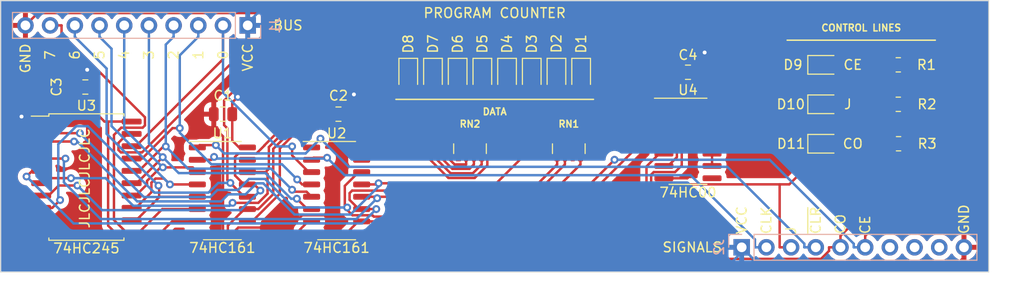
<source format=kicad_pcb>
(kicad_pcb (version 20240108) (generator "pcbnew") (generator_version "8.0")
  (layers (0 "F.Cu" signal) (31 "B.Cu" signal) (34 "B.Paste" user) (35 "F.Paste" user) (36 "B.SilkS" user "B.Silkscreen") (37 "F.SilkS" user "F.Silkscreen") (38 "B.Mask" user) (39 "F.Mask" user) (44 "Edge.Cuts" user))
  (net 0 "")
  (net 1 "VCC")
  (net 2 "GND")
  (net 3 "Net-(D1-A)")
  (net 4 "Net-(D2-A)")
  (net 5 "Net-(D3-A)")
  (net 6 "Net-(D4-A)")
  (net 7 "Net-(D5-A)")
  (net 8 "Net-(D6-A)")
  (net 9 "Net-(D7-A)")
  (net 10 "Net-(D8-A)")
  (net 11 "/L0")
  (net 12 "/L1")
  (net 13 "/L2")
  (net 14 "/L3")
  (net 15 "/L4")
  (net 16 "/L5")
  (net 17 "/L6")
  (net 18 "/L7")
  (net 19 "/D0")
  (net 20 "/D1")
  (net 21 "/D2")
  (net 22 "/D3")
  (net 23 "/D4")
  (net 24 "/D5")
  (net 25 "/D6")
  (net 26 "/D7")
  (net 27 "CLK")
  (net 28 "~{J}")
  (net 29 "CE")
  (net 30 "~{CO}")
  (net 31 "Net-(D9-A)")
  (net 32 "Net-(D10-A)")
  (net 33 "Net-(D11-A)")
  (net 36 "~{CLR}")
  (net 38 "J")
  (net 39 "CO")
  (net 42 "Net-(U1-CET)")
  (footprint "Package_SO:SO-14_3.9x8.65mm_P1.27mm" (layer "F.Cu") (at 93.537 29.718)
    (property "Reference" "U4")
    (property "Value" "74HC00")
  )
  (footprint "LED_SMD:LED_0805_2012Metric" (layer "F.Cu") (at 74.93 22.86 -90)
    (property "Reference" "D4")
    (property "Value" "LED_Small")
  )
  (footprint "Resistor_SMD:R_0805_2012Metric" (layer "F.Cu") (at 115.1655 21.844 180)
    (property "Reference" "R1")
    (property "Value" "330")
  )
  (footprint "Package_SO:SOIC-20W_7.5x12.8mm_P1.27mm" (layer "F.Cu") (at 31.672 33.401)
    (property "Reference" "U3")
    (property "Value" "74HC245")
  )
  (footprint "Capacitor_SMD:C_0805_2012Metric" (layer "F.Cu") (at 31.562 24.13 180)
    (property "Reference" "C3")
    (property "Value" "C")
  )
  (footprint "LED_SMD:LED_0805_2012Metric" (layer "F.Cu") (at 107.5455 21.844)
    (property "Reference" "D9")
    (property "Value" "CE")
  )
  (footprint "LED_SMD:LED_0805_2012Metric" (layer "F.Cu") (at 77.47 22.86 -90)
    (property "Reference" "D3")
    (property "Value" "LED_Small")
  )
  (footprint "Resistor_SMD:R_Array_Convex_4x0603" (layer "F.Cu") (at 71.12 30.48 -90)
    (property "Reference" "RN2")
    (property "Value" "220")
  )
  (footprint "LED_SMD:LED_0805_2012Metric" (layer "F.Cu") (at 107.5474 29.972)
    (property "Reference" "D11")
    (property "Value" "CO")
  )
  (footprint "Resistor_SMD:R_0805_2012Metric" (layer "F.Cu") (at 115.1655 25.908 180)
    (property "Reference" "R2")
    (property "Value" "330")
  )
  (footprint "LED_SMD:LED_0805_2012Metric" (layer "F.Cu") (at 80.01 22.86 -90)
    (property "Reference" "D2")
    (property "Value" "LED_Small")
  )
  (footprint "Capacitor_SMD:C_0805_2012Metric" (layer "F.Cu") (at 45.72 26.924 180)
    (property "Reference" "C1")
    (property "Value" "C")
  )
  (footprint "LED_SMD:LED_0805_2012Metric" (layer "F.Cu") (at 107.5455 25.908)
    (property "Reference" "D10")
    (property "Value" "J")
  )
  (footprint "LED_SMD:LED_0805_2012Metric" (layer "F.Cu") (at 69.85 22.86 -90)
    (property "Reference" "D6")
    (property "Value" "LED_Small")
  )
  (footprint "LED_SMD:LED_0805_2012Metric" (layer "F.Cu") (at 64.77 22.86 -90)
    (property "Reference" "D8")
    (property "Value" "LED_Small")
  )
  (footprint "LED_SMD:LED_0805_2012Metric" (layer "F.Cu") (at 67.31 22.86 -90)
    (property "Reference" "D7")
    (property "Value" "LED_Small")
  )
  (footprint "LED_SMD:LED_0805_2012Metric" (layer "F.Cu") (at 82.55 22.86 -90)
    (property "Reference" "D1")
    (property "Value" "LED_Small")
  )
  (footprint "Capacitor_SMD:C_0805_2012Metric" (layer "F.Cu") (at 57.592 26.924 180)
    (property "Reference" "C2")
    (property "Value" "C")
  )
  (footprint "Package_SO:SO-16_3.9x9.9mm_P1.27mm" (layer "F.Cu") (at 57.404 34.798)
    (property "Reference" "U2")
    (property "Value" "74HC161")
  )
  (footprint "LED_SMD:LED_0805_2012Metric" (layer "F.Cu") (at 72.39 22.86 -90)
    (property "Reference" "D5")
    (property "Value" "LED_Small")
  )
  (footprint "Resistor_SMD:R_Array_Convex_4x0603" (layer "F.Cu") (at 81.28 30.48 -90)
    (property "Reference" "RN1")
    (property "Value" "220")
  )
  (footprint "Resistor_SMD:R_0805_2012Metric" (layer "F.Cu") (at 115.1924 29.972 180)
    (property "Reference" "R3")
    (property "Value" "330")
  )
  (footprint "Package_SO:SO-16_3.9x9.9mm_P1.27mm" (layer "F.Cu") (at 45.653 34.798)
    (property "Reference" "U1")
    (property "Value" "74HC161")
  )
  (footprint "Capacitor_SMD:C_0805_2012Metric" (layer "F.Cu") (at 93.537 22.606 180)
    (property "Reference" "C4")
    (property "Value" "C")
  )
  (footprint "Connector_PinHeader_2.54mm:PinHeader_1x10_P2.54mm_Vertical" (layer "B.Cu") (at 48.26 17.78 90)
    (property "Reference" "J1")
    (property "Value" "BUS")
  )
  (footprint "Connector_PinHeader_2.54mm:PinHeader_1x10_P2.54mm_Vertical" (layer "B.Cu") (at 99.06 40.64 -90)
    (property "Reference" "J2")
    (property "Value" "SIGNALS")
  )
  (gr_line (start 103.7355 19.304) (end 118.9755 19.304) (stroke (width 0.15)) (layer "F.SilkS"))
  (gr_line (start 63.5 25.4) (end 83.82 25.4) (stroke (width 0.15)) (layer "F.SilkS"))
  (gr_line (start 22.86 15.24) (end 124.46 15.24) (stroke (width 0.1)) (layer "Edge.Cuts"))
  (gr_line (start 124.46 43.18) (end 22.86 43.18) (stroke (width 0.1)) (layer "Edge.Cuts"))
  (gr_line (start 22.86 43.18) (end 22.86 15.24) (stroke (width 0.1)) (layer "Edge.Cuts"))
  (gr_line (start 124.46 15.24) (end 124.46 43.18) (stroke (width 0.1)) (layer "Edge.Cuts"))
  (gr_text "JLCJLCJLCJLC" (at 31.496 33.528 90) (layer "F.SilkS") (effects (font (size 1 1))))
  (gr_text "J" (at 104.14 39.37 90) (layer "F.SilkS") (effects (font (size 1 1)) (justify left)))
  (gr_text "CLK" (at 101.6 39.37 90) (layer "F.SilkS") (effects (font (size 1 1)) (justify left)))
  (gr_text "7" (at 27.94 20.828 90) (layer "F.SilkS") (effects (font (size 1 1))))
  (gr_text "4" (at 35.56 20.828 90) (layer "F.SilkS") (effects (font (size 1 1))))
  (gr_text "VCC" (at 99.06 39.37 90) (layer "F.SilkS") (effects (font (size 1 1)) (justify left)))
  (gr_text "GND" (at 121.92 39.37 90) (layer "F.SilkS") (effects (font (size 1 1)) (justify left)))
  (gr_text "~{CLR}" (at 106.68 39.37 90) (layer "F.SilkS") (effects (font (size 1 1)) (justify left)))
  (gr_text "6" (at 30.48 20.828 90) (layer "F.SilkS") (effects (font (size 1 1))))
  (gr_text "CE" (at 111.76 39.37 90) (layer "F.SilkS") (effects (font (size 1 1)) (justify left)))
  (gr_text "VCC" (at 48.26 19.558 90) (layer "F.SilkS") (effects (font (size 1 1)) (justify right)))
  (gr_text "3" (at 38.1 20.828 90) (layer "F.SilkS") (effects (font (size 1 1))))
  (gr_text "DATA" (at 73.66 26.67 0) (layer "F.SilkS") (effects (font (size 0.7 0.7))))
  (gr_text "CO" (at 109.22 39.37 90) (layer "F.SilkS") (effects (font (size 1 1)) (justify left)))
  (gr_text "PROGRAM COUNTER" (at 73.66 16.51 0) (layer "F.SilkS") (effects (font (size 1 1))))
  (gr_text "5" (at 33.02 20.828 90) (layer "F.SilkS") (effects (font (size 1 1))))
  (gr_text "GND" (at 25.4 19.558 90) (layer "F.SilkS") (effects (font (size 1 1)) (justify right)))
  (gr_text "0" (at 45.72 20.828 90) (layer "F.SilkS") (effects (font (size 1 1))))
  (gr_text "2" (at 40.64 20.828 90) (layer "F.SilkS") (effects (font (size 1 1))))
  (gr_text "1" (at 43.18 20.828 90) (layer "F.SilkS") (effects (font (size 1 1))))
  (gr_text "CONTROL LINES" (at 111.3555 18.034 0) (layer "F.SilkS") (effects (font (size 0.7 0.7))))
  (segment (start 95.25 21.843) (end 94.487 22.606) (width 0.25) (layer "F.Cu") (net 1))
  (segment (start 95.377 25.908) (end 96.012 25.908) (width 0.25) (layer "F.Cu") (net 1))
  (segment (start 32.512 24.13) (end 32.512 26.67) (width 0.25) (layer "F.Cu") (net 1))
  (segment (start 26.5099 27.1739) (end 27.022 27.686) (width 0.25) (layer "F.Cu") (net 1))
  (segment (start 47.244 25.146) (end 46.67 25.72) (width 0.25) (layer "F.Cu") (net 1))
  (segment (start 46.67 26.924) (end 46.67 29.652) (width 0.25) (layer "F.Cu") (net 1))
  (segment (start 38.7097 39.7505) (end 40.4872 37.973) (width 0.25) (layer "F.Cu") (net 1))
  (segment (start 58.542 26.924) (end 58.542 25.532) (width 0.25) (layer "F.Cu") (net 1))
  (segment (start 58.542 26.924) (end 58.542 30.094) (width 0.25) (layer "F.Cu") (net 1))
  (segment (start 24.9987 27.1739) (end 26.5099 27.1739) (width 0.25) (layer "F.Cu") (net 1))
  (segment (start 46.67 29.652) (end 47.371 30.353) (width 0.25) (layer "F.Cu") (net 1))
  (segment (start 33.528 27.686) (end 33.9038 27.686) (width 0.25) (layer "F.Cu") (net 1))
  (segment (start 32.512 22.86) (end 32.004 22.352) (width 0.25) (layer "F.Cu") (net 1))
  (segment (start 94.487 22.606) (end 94.487 25.653) (width 0.25) (layer "F.Cu") (net 1))
  (segment (start 96.012 30.988) (end 96.012 32.258) (width 0.25) (layer "F.Cu") (net 1))
  (segment (start 32.512 24.13) (end 32.512 22.86) (width 0.25) (layer "F.Cu") (net 1))
  (segment (start 32.512 26.67) (end 33.528 27.686) (width 0.25) (layer "F.Cu") (net 1))
  (segment (start 95.377 25.908) (end 96.012 26.543) (width 0.25) (layer "F.Cu") (net 1))
  (segment (start 95.5986 28.448) (end 94.7035 29.3431) (width 0.25) (layer "F.Cu") (net 1))
  (segment (start 33.9038 27.686) (end 36.322 27.686) (width 0.25) (layer "F.Cu") (net 1))
  (segment (start 33.9038 27.686) (end 33.9038 38.403) (width 0.25) (layer "F.Cu") (net 1))
  (segment (start 47.371 30.353) (end 48.228 30.353) (width 0.25) (layer "F.Cu") (net 1))
  (segment (start 94.742 25.908) (end 95.377 25.908) (width 0.25) (layer "F.Cu") (net 1))
  (segment (start 58.542 30.094) (end 58.801 30.353) (width 0.25) (layer "F.Cu") (net 1))
  (segment (start 58.542 25.532) (end 59.182 24.892) (width 0.25) (layer "F.Cu") (net 1))
  (segment (start 58.801 30.353) (end 59.979 30.353) (width 0.25) (layer "F.Cu") (net 1))
  (segment (start 94.487 25.653) (end 94.742 25.908) (width 0.25) (layer "F.Cu") (net 1))
  (segment (start 94.7035 29.3431) (end 94.7035 30.0859) (width 0.25) (layer "F.Cu") (net 1))
  (segment (start 40.4872 37.973) (end 43.078 37.973) (width 0.25) (layer "F.Cu") (net 1))
  (segment (start 94.7035 30.0859) (end 95.6056 30.988) (width 0.25) (layer "F.Cu") (net 1))
  (segment (start 95.25 20.574) (end 95.25 21.843) (width 0.25) (layer "F.Cu") (net 1))
  (segment (start 32.004 22.352) (end 31.75 22.352) (width 0.25) (layer "F.Cu") (net 1))
  (segment (start 96.012 28.448) (end 95.5986 28.448) (width 0.25) (layer "F.Cu") (net 1))
  (segment (start 96.012 26.543) (end 96.012 27.178) (width 0.25) (layer "F.Cu") (net 1))
  (segment (start 95.6056 30.988) (end 96.012 30.988) (width 0.25) (layer "F.Cu") (net 1))
  (segment (start 35.2513 39.7505) (end 38.7097 39.7505) (width 0.25) (layer "F.Cu") (net 1))
  (segment (start 46.67 25.72) (end 46.67 26.924) (width 0.25) (layer "F.Cu") (net 1))
  (segment (start 33.9038 38.403) (end 35.2513 39.7505) (width 0.25) (layer "F.Cu") (net 1))
  (segment (start 96.012 27.178) (end 96.012 28.448) (width 0.25) (layer "F.Cu") (net 1))
  (via (at 31.75 22.352) (size 0.8) (drill 0.4) (layers "F.Cu" "B.Cu") (net 1))
  (via (at 95.25 20.574) (size 0.8) (drill 0.4) (layers "F.Cu" "B.Cu") (net 1))
  (via (at 47.244 25.146) (size 0.8) (drill 0.4) (layers "F.Cu" "B.Cu") (net 1))
  (via (at 24.9987 27.1739) (size 0.8) (drill 0.4) (layers "F.Cu" "B.Cu") (net 1))
  (via (at 59.182 24.892) (size 0.8) (drill 0.4) (layers "F.Cu" "B.Cu") (net 1))
  (segment (start 49.276 16.51) (end 48.26 17.526) (width 0.25) (layer "B.Cu") (net 1))
  (segment (start 123.444 17.018) (end 122.936 16.51) (width 0.25) (layer "B.Cu") (net 1))
  (segment (start 95.25 16.51) (end 58.928 16.51) (width 0.25) (layer "B.Cu") (net 1))
  (segment (start 95.25 16.51) (end 95.25 20.574) (width 0.25) (layer "B.Cu") (net 1))
  (segment (start 24.7504 16.1436) (end 23.876 17.018) (width 0.25) (layer "B.Cu") (net 1))
  (segment (start 23.876 22.098) (end 23.876 26.8719) (width 0.25) (layer "B.Cu") (net 1))
  (segment (start 31.75 22.352) (end 24.13 22.352) (width 0.25) (layer "B.Cu") (net 1))
  (segment (start 123.444 41.656) (end 123.444 17.018) (width 0.25) (layer "B.Cu") (net 1))
  (segment (start 97.79 42.418) (end 99.06 41.148) (width 0.25) (layer "B.Cu") (net 1))
  (segment (start 24.638 42.418) (end 97.79 42.418) (width 0.25) (layer "B.Cu") (net 1))
  (segment (start 49.1636 16.1436) (end 24.7504 16.1436) (width 0.25) (layer "B.Cu") (net 1))
  (segment (start 48.26 17.78) (end 48.26 24.13) (width 0.25) (layer "B.Cu") (net 1))
  (segment (start 23.876 17.018) (end 23.876 22.098) (width 0.25) (layer "B.Cu") (net 1))
  (segment (start 23.876 26.8719) (end 24.6967 26.8719) (width 0.25) (layer "B.Cu") (net 1))
  (segment (start 101.092 42.164) (end 122.936 42.164) (width 0.25) (layer "B.Cu") (net 1))
  (segment (start 49.53 16.51) (end 49.276 16.51) (width 0.25) (layer "B.Cu") (net 1))
  (segment (start 59.182 16.764) (end 58.928 16.51) (width 0.25) (layer "B.Cu") (net 1))
  (segment (start 24.6967 26.8719) (end 24.9987 27.1739) (width 0.25) (layer "B.Cu") (net 1))
  (segment (start 23.876 41.656) (end 24.638 42.418) (width 0.25) (layer "B.Cu") (net 1))
  (segment (start 49.53 16.51) (end 49.1636 16.1436) (width 0.25) (layer "B.Cu") (net 1))
  (segment (start 59.182 24.892) (end 59.182 16.764) (width 0.25) (layer "B.Cu") (net 1))
  (segment (start 99.06 41.148) (end 99.06 40.64) (width 0.25) (layer "B.Cu") (net 1))
  (segment (start 23.876 26.8719) (end 23.876 41.656) (width 0.25) (layer "B.Cu") (net 1))
  (segment (start 122.936 42.164) (end 123.444 41.656) (width 0.25) (layer "B.Cu") (net 1))
  (segment (start 99.06 40.64) (end 100.838 42.418) (width 0.25) (layer "B.Cu") (net 1))
  (segment (start 48.26 17.526) (end 48.26 17.78) (width 0.25) (layer "B.Cu") (net 1))
  (segment (start 100.838 42.418) (end 101.092 42.164) (width 0.25) (layer "B.Cu") (net 1))
  (segment (start 48.26 24.13) (end 47.244 25.146) (width 0.25) (layer "B.Cu") (net 1))
  (segment (start 122.936 16.51) (end 95.25 16.51) (width 0.25) (layer "B.Cu") (net 1))
  (segment (start 24.13 22.352) (end 23.876 22.098) (width 0.25) (layer "B.Cu") (net 1))
  (segment (start 58.928 16.51) (end 49.53 16.51) (width 0.25) (layer "B.Cu") (net 1))
  (segment (start 42.1201 40.2009) (end 33.5969 40.2009) (width 0.25) (layer "F.Cu") (net 2))
  (segment (start 93.472 16.51) (end 65.532 16.51) (width 0.25) (layer "F.Cu") (net 2))
  (segment (start 74.93 21.9225) (end 77.47 21.9225) (width 0.25) (layer "F.Cu") (net 2))
  (segment (start 57.531 39.243) (end 54.829 39.243) (width 0.25) (layer "F.Cu") (net 2))
  (segment (start 64.77 17.272) (end 64.77 21.9225) (width 0.25) (layer "F.Cu") (net 2))
  (segment (start 92.587 22.606) (end 92.587 23.753) (width 0.25) (layer "F.Cu") (net 2))
  (segment (start 92.587 17.395) (end 92.587 22.606) (width 0.25) (layer "F.Cu") (net 2))
  (segment (start 46.954 42.2657) (end 46.954 38.9393) (width 0.25) (layer "F.Cu") (net 2))
  (segment (start 106.608 25.908) (end 106.608 21.844) (width 0.25) (layer "F.Cu") (net 2))
  (segment (start 44.77 26.924) (end 44.77 28.26) (width 0.25) (layer "F.Cu") (net 2))
  (segment (start 93.726 24.892) (end 93.726 33.274) (width 0.25) (layer "F.Cu") (net 2))
  (segment (start 65.532 16.51) (end 26.67 16.51) (width 0.25) (layer "F.Cu") (net 2))
  (segment (start 106.608 20.913) (end 106.608 21.844) (width 0.25) (layer "F.Cu") (net 2))
  (segment (start 93.472 16.51) (end 92.587 17.395) (width 0.25) (layer "F.Cu") (net 2))
  (segment (start 102.205 16.51) (end 106.608 20.913) (width 0.25) (layer "F.Cu") (net 2))
  (segment (start 47.2852 38.6081) (end 52.5922 38.6081) (width 0.25) (layer "F.Cu") (net 2))
  (segment (start 65.532 16.51) (end 64.77 17.272) (width 0.25) (layer "F.Cu") (net 2))
  (segment (start 31.75 26.67) (end 31.75 38.354) (width 0.25) (layer "F.Cu") (net 2))
  (segment (start 56.642 28.956) (end 57.658 29.972) (width 0.25) (layer "F.Cu") (net 2))
  (segment (start 57.658 29.972) (end 57.658 37.338) (width 0.25) (layer "F.Cu") (net 2))
  (segment (start 30.612 25.532) (end 31.75 26.67) (width 0.25) (layer "F.Cu") (net 2))
  (segment (start 72.39 21.9225) (end 74.93 21.9225) (width 0.25) (layer "F.Cu") (net 2))
  (segment (start 56.642 26.924) (end 56.642 28.956) (width 0.25) (layer "F.Cu") (net 2))
  (segment (start 121.158 42.418) (end 121.92 41.656) (width 0.25) (layer "F.Cu") (net 2))
  (segment (start 25.4 22.352) (end 27.178 24.13) (width 0.25) (layer "F.Cu") (net 2))
  (segment (start 120.396 16.51) (end 102.205 16.51) (width 0.25) (layer "F.Cu") (net 2))
  (segment (start 93.726 33.274) (end 93.472 33.528) (width 0.25) (layer "F.Cu") (net 2))
  (segment (start 44.77 28.26) (end 45.72 29.21) (width 0.25) (layer "F.Cu") (net 2))
  (segment (start 93.726 16.51) (end 93.472 16.51) (width 0.25) (layer "F.Cu") (net 2))
  (segment (start 30.612 24.13) (end 30.612 25.532) (width 0.25) (layer "F.Cu") (net 2))
  (segment (start 102.205 16.51) (end 93.726 16.51) (width 0.25) (layer "F.Cu") (net 2))
  (segment (start 67.31 21.9225) (end 69.85 21.9225) (width 0.25) (layer "F.Cu") (net 2))
  (segment (start 25.4 17.78) (end 25.4 22.352) (width 0.25) (layer "F.Cu") (net 2))
  (segment (start 57.658 39.116) (end 57.531 39.243) (width 0.25) (layer "F.Cu") (net 2))
  (segment (start 47.1063 42.418) (end 121.158 42.418) (width 0.25) (layer "F.Cu") (net 2))
  (segment (start 77.47 21.9225) (end 80.01 21.9225) (width 0.25) (layer "F.Cu") (net 2))
  (segment (start 24.638 42.418) (end 47.1063 42.418) (width 0.25) (layer "F.Cu") (net 2))
  (segment (start 92.587 23.753) (end 93.726 24.892) (width 0.25) (layer "F.Cu") (net 2))
  (segment (start 46.954 38.9393) (end 47.2852 38.6081) (width 0.25) (layer "F.Cu") (net 2))
  (segment (start 23.876 41.656) (end 24.638 42.418) (width 0.25) (layer "F.Cu") (net 2))
  (segment (start 43.078 39.243) (end 42.1201 40.2009) (width 0.25) (layer "F.Cu") (net 2))
  (segment (start 53.8623 37.338) (end 57.658 37.338) (width 0.25) (layer "F.Cu") (net 2))
  (segment (start 26.67 16.51) (end 25.4 17.78) (width 0.25) (layer "F.Cu") (net 2))
  (segment (start 106.6099 29.972) (end 106.608 29.9701) (width 0.25) (layer "F.Cu") (net 2))
  (segment (start 93.472 33.528) (end 91.062 33.528) (width 0.25) (layer "F.Cu") (net 2))
  (segment (start 23.876 23.876) (end 23.876 41.656) (width 0.25) (layer "F.Cu") (net 2))
  (segment (start 27.178 24.13) (end 30.612 24.13) (width 0.25) (layer "F.Cu") (net 2))
  (segment (start 25.4 22.352) (end 23.876 23.876) (width 0.25) (layer "F.Cu") (net 2))
  (segment (start 106.608 29.9701) (end 106.608 25.908) (width 0.25) (layer "F.Cu") (net 2))
  (segment (start 47.1063 42.418) (end 46.954 42.2657) (width 0.25) (layer "F.Cu") (net 2))
  (segment (start 57.658 37.338) (end 57.658 39.116) (width 0.25) (layer "F.Cu") (net 2))
  (segment (start 80.01 21.9225) (end 82.55 21.9225) (width 0.25) (layer "F.Cu") (net 2))
  (segment (start 64.77 21.9225) (end 67.31 21.9225) (width 0.25) (layer "F.Cu") (net 2))
  (segment (start 52.5922 38.6081) (end 53.8623 37.338) (width 0.25) (layer "F.Cu") (net 2))
  (segment (start 31.75 38.354) (end 30.988 39.116) (width 0.25) (layer "F.Cu") (net 2))
  (segment (start 30.988 39.116) (end 27.022 39.116) (width 0.25) (layer "F.Cu") (net 2))
  (segment (start 121.92 41.656) (end 121.92 40.64) (width 0.25) (layer "F.Cu") (net 2))
  (segment (start 121.92 40.64) (end 121.92 18.034) (width 0.25) (layer "F.Cu") (net 2))
  (segment (start 45.339 39.243) (end 43.078 39.243) (width 0.25) (layer "F.Cu") (net 2))
  (segment (start 69.85 21.9225) (end 72.39 21.9225) (width 0.25) (layer "F.Cu") (net 2))
  (segment (start 45.72 38.862) (end 45.339 39.243) (width 0.25) (layer "F.Cu") (net 2))
  (segment (start 121.92 18.034) (end 120.396 16.51) (width 0.25) (layer "F.Cu") (net 2))
  (segment (start 33.5969 40.2009) (end 31.75 38.354) (width 0.25) (layer "F.Cu") (net 2))
  (segment (start 93.726 16.51) (end 93.472 16.51) (width 0.25) (layer "F.Cu") (net 2))
  (segment (start 45.72 29.21) (end 45.72 38.862) (width 0.25) (layer "F.Cu") (net 2))
  (segment (start 82.48 28.8547) (end 82.55 28.7847) (width 0.25) (layer "F.Cu") (net 3))
  (segment (start 82.55 28.7847) (end 82.55 23.7975) (width 0.25) (layer "F.Cu") (net 3))
  (segment (start 82.48 29.58) (end 82.48 28.8547) (width 0.25) (layer "F.Cu") (net 3))
  (segment (start 81.68 25.4675) (end 80.01 23.7975) (width 0.25) (layer "F.Cu") (net 4))
  (segment (start 81.68 29.58) (end 81.68 25.4675) (width 0.25) (layer "F.Cu") (net 4))
  (segment (start 80.88 29.58) (end 80.88 27.2075) (width 0.25) (layer "F.Cu") (net 5))
  (segment (start 80.88 27.2075) (end 77.47 23.7975) (width 0.25) (layer "F.Cu") (net 5))
  (segment (start 79.9872 28.8547) (end 74.93 23.7975) (width 0.25) (layer "F.Cu") (net 6))
  (segment (start 80.08 28.8547) (end 79.9872 28.8547) (width 0.25) (layer "F.Cu") (net 6))
  (segment (start 80.08 29.58) (end 80.08 28.8547) (width 0.25) (layer "F.Cu") (net 6))
  (segment (start 72.39 28.7847) (end 72.32 28.8547) (width 0.25) (layer "F.Cu") (net 7))
  (segment (start 72.39 23.7975) (end 72.39 28.7847) (width 0.25) (layer "F.Cu") (net 7))
  (segment (start 72.32 29.58) (end 72.32 28.8547) (width 0.25) (layer "F.Cu") (net 7))
  (segment (start 71.52 25.4675) (end 71.52 29.58) (width 0.25) (layer "F.Cu") (net 8))
  (segment (start 69.85 23.7975) (end 71.52 25.4675) (width 0.25) (layer "F.Cu") (net 8))
  (segment (start 67.31 23.7975) (end 70.72 27.2075) (width 0.25) (layer "F.Cu") (net 9))
  (segment (start 70.72 27.2075) (end 70.72 29.58) (width 0.25) (layer "F.Cu") (net 9))
  (segment (start 69.8272 28.8547) (end 69.92 28.8547) (width 0.25) (layer "F.Cu") (net 10))
  (segment (start 64.77 23.7975) (end 69.8272 28.8547) (width 0.25) (layer "F.Cu") (net 10))
  (segment (start 69.92 29.58) (end 69.92 28.8547) (width 0.25) (layer "F.Cu") (net 10))
  (segment (start 59.0331 37.338) (end 58.4893 36.7942) (width 0.25) (layer "F.Cu") (net 11))
  (segment (start 58.4893 36.5365) (end 58.2463 36.2935) (width 0.25) (layer "F.Cu") (net 11))
  (segment (start 59.6649 32.893) (end 59.979 32.893) (width 0.25) (layer "F.Cu") (net 11))
  (segment (start 82.48 32.1053) (end 77.1053 37.48) (width 0.25) (layer "F.Cu") (net 11))
  (segment (start 77.1053 37.48) (end 61.2255 37.48) (width 0.25) (layer "F.Cu") (net 11))
  (segment (start 82.48 31.38) (end 82.48 32.1053) (width 0.25) (layer "F.Cu") (net 11))
  (segment (start 27.022 28.956) (end 27.0914 28.8866) (width 0.25) (layer "F.Cu") (net 11))
  (segment (start 27.0914 28.8866) (end 31.0007 28.8866) (width 0.25) (layer "F.Cu") (net 11))
  (segment (start 58.2463 36.2935) (end 58.2463 34.3116) (width 0.25) (layer "F.Cu") (net 11))
  (segment (start 61.0835 37.338) (end 59.0331 37.338) (width 0.25) (layer "F.Cu") (net 11))
  (segment (start 61.2255 37.48) (end 61.0835 37.338) (width 0.25) (layer "F.Cu") (net 11))
  (segment (start 58.2463 34.3116) (end 59.6649 32.893) (width 0.25) (layer "F.Cu") (net 11))
  (segment (start 58.4893 36.7942) (end 58.4893 36.5365) (width 0.25) (layer "F.Cu") (net 11))
  (via (at 31.0007 28.8866) (size 0.8) (drill 0.4) (layers "F.Cu" "B.Cu") (net 11))
  (via (at 58.4893 36.5365) (size 0.8) (drill 0.4) (layers "F.Cu" "B.Cu") (net 11))
  (segment (start 37.5733 35.4592) (end 31.0007 28.8866) (width 0.25) (layer "B.Cu") (net 11))
  (segment (start 58.4893 36.5365) (end 52.9844 36.5365) (width 0.25) (layer "B.Cu") (net 11))
  (segment (start 50.0464 33.5985) (end 48.3994 33.5985) (width 0.25) (layer "B.Cu") (net 11))
  (segment (start 52.9844 36.5365) (end 50.0464 33.5985) (width 0.25) (layer "B.Cu") (net 11))
  (segment (start 44.4164 35.4592) (end 37.5733 35.4592) (width 0.25) (layer "B.Cu") (net 11))
  (segment (start 48.3994 33.5985) (end 47.264 34.7339) (width 0.25) (layer "B.Cu") (net 11))
  (segment (start 45.1417 34.7339) (end 44.4164 35.4592) (width 0.25) (layer "B.Cu") (net 11))
  (segment (start 47.264 34.7339) (end 45.1417 34.7339) (width 0.25) (layer "B.Cu") (net 11))
  (segment (start 27.022 30.226) (end 27.5055 29.7425) (width 0.25) (layer "F.Cu") (net 12))
  (segment (start 61.6007 34.163) (end 59.979 34.163) (width 0.25) (layer "F.Cu") (net 12))
  (segment (start 81.68 31.38) (end 81.68 30.6547) (width 0.25) (layer "F.Cu") (net 12))
  (segment (start 81.68 30.6547) (end 77.2135 30.6547) (width 0.25) (layer "F.Cu") (net 12))
  (segment (start 27.5055 29.7425) (end 30.4013 29.7425) (width 0.25) (layer "F.Cu") (net 12))
  (segment (start 77.2135 30.6547) (end 73.8238 34.0444) (width 0.25) (layer "F.Cu") (net 12))
  (segment (start 61.7193 34.0444) (end 61.6007 34.163) (width 0.25) (layer "F.Cu") (net 12))
  (segment (start 73.8238 34.0444) (end 61.7193 34.0444) (width 0.25) (layer "F.Cu") (net 12))
  (via (at 61.7193 34.0444) (size 0.8) (drill 0.4) (layers "F.Cu" "B.Cu") (net 12))
  (via (at 30.4013 29.7425) (size 0.8) (drill 0.4) (layers "F.Cu" "B.Cu") (net 12))
  (segment (start 61.7193 34.3736) (end 58.8311 37.2618) (width 0.25) (layer "B.Cu") (net 12))
  (segment (start 61.7193 34.0444) (end 61.7193 34.3736) (width 0.25) (layer "B.Cu") (net 12))
  (segment (start 46.2527 35.1843) (end 45.5275 35.9095) (width 0.25) (layer "B.Cu") (net 12))
  (segment (start 58.8311 37.2618) (end 53.0727 37.2618) (width 0.25) (layer "B.Cu") (net 12))
  (segment (start 53.0727 37.2618) (end 49.8597 34.0488) (width 0.25) (layer "B.Cu") (net 12))
  (segment (start 49.1717 34.0488) (end 48.0362 35.1843) (width 0.25) (layer "B.Cu") (net 12))
  (segment (start 36.8961 35.9095) (end 30.7291 29.7425) (width 0.25) (layer "B.Cu") (net 12))
  (segment (start 48.0362 35.1843) (end 46.2527 35.1843) (width 0.25) (layer "B.Cu") (net 12))
  (segment (start 49.8597 34.0488) (end 49.1717 34.0488) (width 0.25) (layer "B.Cu") (net 12))
  (segment (start 30.7291 29.7425) (end 30.4013 29.7425) (width 0.25) (layer "B.Cu") (net 12))
  (segment (start 45.5275 35.9095) (end 36.8961 35.9095) (width 0.25) (layer "B.Cu") (net 12))
  (segment (start 27.022 31.496) (end 29.5147 31.496) (width 0.25) (layer "F.Cu") (net 13))
  (segment (start 59.979 35.433) (end 61.5703 35.433) (width 0.25) (layer "F.Cu") (net 13))
  (segment (start 77.5523 35.433) (end 80.88 32.1053) (width 0.25) (layer "F.Cu") (net 13))
  (segment (start 61.5703 35.433) (end 77.5523 35.433) (width 0.25) (layer "F.Cu") (net 13))
  (segment (start 80.88 31.38) (end 80.88 32.1053) (width 0.25) (layer "F.Cu") (net 13))
  (segment (start 61.5703 35.433) (end 61.5703 35.584) (width 0.25) (layer "F.Cu") (net 13))
  (via (at 61.5703 35.584) (size 0.8) (drill 0.4) (layers "F.Cu" "B.Cu") (net 13))
  (via (at 29.5147 31.496) (size 0.8) (drill 0.4) (layers "F.Cu" "B.Cu") (net 13))
  (segment (start 59.4252 37.7291) (end 33.1429 37.7291) (width 0.25) (layer "B.Cu") (net 13))
  (segment (start 33.1429 37.7291) (end 29.3591 33.9453) (width 0.25) (layer "B.Cu") (net 13))
  (segment (start 29.3591 33.9453) (end 29.3591 31.6516) (width 0.25) (layer "B.Cu") (net 13))
  (segment (start 29.3591 31.6516) (end 29.5147 31.496) (width 0.25) (layer "B.Cu") (net 13))
  (segment (start 61.5703 35.584) (end 59.4252 37.7291) (width 0.25) (layer "B.Cu") (net 13))
  (segment (start 80.08 31.38) (end 80.08 32.1053) (width 0.25) (layer "F.Cu") (net 14))
  (segment (start 59.6836 36.703) (end 59.979 36.703) (width 0.25) (layer "F.Cu") (net 14))
  (segment (start 59.979 36.703) (end 61.4813 36.703) (width 0.25) (layer "F.Cu") (net 14))
  (segment (start 80.08 32.1053) (end 77.3873 34.798) (width 0.25) (layer "F.Cu") (net 14))
  (segment (start 26.0991 32.766) (end 27.022 32.766) (width 0.25) (layer "F.Cu") (net 14))
  (segment (start 25.5166 33.3485) (end 26.0991 32.766) (width 0.25) (layer "F.Cu") (net 14))
  (segment (start 58.9963 34.798) (end 58.7374 35.0569) (width 0.25) (layer "F.Cu") (net 14))
  (segment (start 58.7374 35.7568) (end 59.6836 36.703) (width 0.25) (layer "F.Cu") (net 14))
  (segment (start 58.7374 35.0569) (end 58.7374 35.7568) (width 0.25) (layer "F.Cu") (net 14))
  (segment (start 77.3873 34.798) (end 58.9963 34.798) (width 0.25) (layer "F.Cu") (net 14))
  (via (at 25.5166 33.3485) (size 0.8) (drill 0.4) (layers "F.Cu" "B.Cu") (net 14))
  (via (at 61.4813 36.703) (size 0.8) (drill 0.4) (layers "F.Cu" "B.Cu") (net 14))
  (segment (start 25.5166 33.3485) (end 30.3476 38.1795) (width 0.25) (layer "B.Cu") (net 14))
  (segment (start 30.3476 38.1795) (end 60.0048 38.1795) (width 0.25) (layer "B.Cu") (net 14))
  (segment (start 60.0048 38.1795) (end 61.4813 36.703) (width 0.25) (layer "B.Cu") (net 14))
  (segment (start 59.8625 23.2564) (end 57.4924 23.2564) (width 0.25) (layer "F.Cu") (net 15))
  (segment (start 50.4361 30.3127) (end 50.4361 32.5601) (width 0.25) (layer "F.Cu") (net 15))
  (segment (start 61.219 25.1111) (end 61.219 24.6129) (width 0.25) (layer "F.Cu") (net 15))
  (segment (start 69.1194 33.0115) (end 61.219 25.1111) (width 0.25) (layer "F.Cu") (net 15))
  (segment (start 49.3527 36.059) (end 46.7027 36.059) (width 0.25) (layer "F.Cu") (net 15))
  (segment (start 57.4924 23.2564) (end 50.4361 30.3127) (width 0.25) (layer "F.Cu") (net 15))
  (segment (start 50.4361 32.5601) (end 50.1032 32.893) (width 0.25) (layer "F.Cu") (net 15))
  (segment (start 27.5398 33.5182) (end 30.0844 33.5182) (width 0.25) (layer "F.Cu") (net 15))
  (segment (start 71.4138 33.0115) (end 69.1194 33.0115) (width 0.25) (layer "F.Cu") (net 15))
  (segment (start 27.022 34.036) (end 27.5398 33.5182) (width 0.25) (layer "F.Cu") (net 15))
  (segment (start 61.219 24.6129) (end 59.8625 23.2564) (width 0.25) (layer "F.Cu") (net 15))
  (segment (start 72.32 32.1053) (end 71.4138 33.0115) (width 0.25) (layer "F.Cu") (net 15))
  (segment (start 50.3015 35.1102) (end 49.3527 36.059) (width 0.25) (layer "F.Cu") (net 15))
  (segment (start 72.32 31.38) (end 72.32 32.1053) (width 0.25) (layer "F.Cu") (net 15))
  (segment (start 50.1032 32.893) (end 48.228 32.893) (width 0.25) (layer "F.Cu") (net 15))
  (segment (start 50.3015 33.0913) (end 50.3015 35.1102) (width 0.25) (layer "F.Cu") (net 15))
  (segment (start 50.1032 32.893) (end 50.3015 33.0913) (width 0.25) (layer "F.Cu") (net 15))
  (via (at 30.0844 33.5182) (size 0.8) (drill 0.4) (layers "F.Cu" "B.Cu") (net 15))
  (via (at 46.7027 36.059) (size 0.8) (drill 0.4) (layers "F.Cu" "B.Cu") (net 15))
  (segment (start 46.4019 36.3598) (end 36.4842 36.3598) (width 0.25) (layer "B.Cu") (net 15))
  (segment (start 46.7027 36.059) (end 46.4019 36.3598) (width 0.25) (layer "B.Cu") (net 15))
  (segment (start 33.6426 33.5182) (end 30.0844 33.5182) (width 0.25) (layer "B.Cu") (net 15))
  (segment (start 36.4842 36.3598) (end 33.6426 33.5182) (width 0.25) (layer "B.Cu") (net 15))
  (segment (start 46.9575 33.2472) (end 47.8733 34.163) (width 0.25) (layer "F.Cu") (net 16))
  (segment (start 69.3005 32.5556) (end 61.6693 24.9244) (width 0.25) (layer "F.Cu") (net 16))
  (segment (start 49.1487 30.988) (end 47.2905 30.988) (width 0.25) (layer "F.Cu") (net 16))
  (segment (start 27.7887 35.306) (end 28.8193 34.2754) (width 0.25) (layer "F.Cu") (net 16))
  (segment (start 27.022 35.306) (end 27.7887 35.306) (width 0.25) (layer "F.Cu") (net 16))
  (segment (start 71.0697 32.5556) (end 69.3005 32.5556) (width 0.25) (layer "F.Cu") (net 16))
  (segment (start 57.3058 22.8061) (end 49.9858 30.1261) (width 0.25) (layer "F.Cu") (net 16))
  (segment (start 48.9306 34.163) (end 49.5593 34.7917) (width 0.25) (layer "F.Cu") (net 16))
  (segment (start 28.8193 34.2754) (end 30.7418 34.2754) (width 0.25) (layer "F.Cu") (net 16))
  (segment (start 46.9575 31.321) (end 46.9575 33.2472) (width 0.25) (layer "F.Cu") (net 16))
  (segment (start 47.2905 30.988) (end 46.9575 31.321) (width 0.25) (layer "F.Cu") (net 16))
  (segment (start 47.8733 34.163) (end 48.228 34.163) (width 0.25) (layer "F.Cu") (net 16))
  (segment (start 60.0491 22.8061) (end 57.3058 22.8061) (width 0.25) (layer "F.Cu") (net 16))
  (segment (start 49.9858 30.1509) (end 49.1487 30.988) (width 0.25) (layer "F.Cu") (net 16))
  (segment (start 61.6693 24.9244) (end 61.6693 24.4263) (width 0.25) (layer "F.Cu") (net 16))
  (segment (start 48.228 34.163) (end 48.9306 34.163) (width 0.25) (layer "F.Cu") (net 16))
  (segment (start 49.9858 30.1261) (end 49.9858 30.1509) (width 0.25) (layer "F.Cu") (net 16))
  (segment (start 61.6693 24.4263) (end 60.0491 22.8061) (width 0.25) (layer "F.Cu") (net 16))
  (segment (start 71.52 31.38) (end 71.52 32.1053) (width 0.25) (layer "F.Cu") (net 16))
  (segment (start 71.52 32.1053) (end 71.0697 32.5556) (width 0.25) (layer "F.Cu") (net 16))
  (via (at 30.7418 34.2754) (size 0.8) (drill 0.4) (layers "F.Cu" "B.Cu") (net 16))
  (via (at 49.5593 34.7917) (size 0.8) (drill 0.4) (layers "F.Cu" "B.Cu") (net 16))
  (segment (start 33.2765 36.8101) (end 30.7418 34.2754) (width 0.25) (layer "B.Cu") (net 16))
  (segment (start 49.5593 34.7917) (end 47.5409 36.8101) (width 0.25) (layer "B.Cu") (net 16))
  (segment (start 47.5409 36.8101) (end 33.2765 36.8101) (width 0.25) (layer "B.Cu") (net 16))
  (segment (start 45.8325 28.0543) (end 46.1704 28.3922) (width 0.25) (layer "F.Cu") (net 17))
  (segment (start 70.72 32.1053) (end 69.5352 32.1053) (width 0.25) (layer "F.Cu") (net 17))
  (segment (start 70.72 31.38) (end 70.72 32.1053) (width 0.25) (layer "F.Cu") (net 17))
  (segment (start 62.1196 24.1685) (end 60.3069 22.3558) (width 0.25) (layer "F.Cu") (net 17))
  (segment (start 62.1196 24.6897) (end 62.1196 24.1685) (width 0.25) (layer "F.Cu") (net 17))
  (segment (start 46.1704 28.3922) (end 46.1704 33.707) (width 0.25) (layer "F.Cu") (net 17))
  (segment (start 48.228 35.433) (end 47.8964 35.433) (width 0.25) (layer "F.Cu") (net 17))
  (segment (start 60.3069 22.3558) (end 49.0045 22.3558) (width 0.25) (layer "F.Cu") (net 17))
  (segment (start 27.022 36.576) (end 28.1603 36.576) (width 0.25) (layer "F.Cu") (net 17))
  (segment (start 69.5352 32.1053) (end 62.1196 24.6897) (width 0.25) (layer "F.Cu") (net 17))
  (segment (start 45.8325 25.5278) (end 45.8325 28.0543) (width 0.25) (layer "F.Cu") (net 17))
  (segment (start 47.8964 35.433) (end 46.4719 34.0085) (width 0.25) (layer "F.Cu") (net 17))
  (segment (start 46.1704 33.707) (end 46.4719 34.0085) (width 0.25) (layer "F.Cu") (net 17))
  (segment (start 28.1603 36.576) (end 28.9651 35.7712) (width 0.25) (layer "F.Cu") (net 17))
  (segment (start 49.0045 22.3558) (end 45.8325 25.5278) (width 0.25) (layer "F.Cu") (net 17))
  (via (at 46.4719 34.0085) (size 0.8) (drill 0.4) (layers "F.Cu" "B.Cu") (net 17))
  (via (at 28.9651 35.7712) (size 0.8) (drill 0.4) (layers "F.Cu" "B.Cu") (net 17))
  (segment (start 31.8187 28.1613) (end 30.6308 28.1613) (width 0.25) (layer "B.Cu") (net 17))
  (segment (start 46.4719 34.0085) (end 45.2302 34.0085) (width 0.25) (layer "B.Cu") (net 17))
  (segment (start 30.6308 28.1613) (end 28.7786 30.0135) (width 0.25) (layer "B.Cu") (net 17))
  (segment (start 44.2298 35.0089) (end 38.6663 35.0089) (width 0.25) (layer "B.Cu") (net 17))
  (segment (start 28.7786 30.0135) (end 28.7786 35.5847) (width 0.25) (layer "B.Cu") (net 17))
  (segment (start 28.7786 35.5847) (end 28.9651 35.7712) (width 0.25) (layer "B.Cu") (net 17))
  (segment (start 45.2302 34.0085) (end 44.2298 35.0089) (width 0.25) (layer "B.Cu") (net 17))
  (segment (start 38.6663 35.0089) (end 31.8187 28.1613) (width 0.25) (layer "B.Cu") (net 17))
  (segment (start 25.6228 39.4985) (end 26.7755 40.6512) (width 0.25) (layer "F.Cu") (net 18))
  (segment (start 60.7687 25.3652) (end 68.9063 33.5028) (width 0.25) (layer "F.Cu") (net 18))
  (segment (start 50.8864 30.4993) (end 57.679 23.7067) (width 0.25) (layer "F.Cu") (net 18))
  (segment (start 68.9063 33.5028) (end 71.5971 33.5028) (width 0.25) (layer "F.Cu") (net 18))
  (segment (start 59.6675 23.7067) (end 60.7687 24.8079) (width 0.25) (layer "F.Cu") (net 18))
  (segment (start 46.2184 39.0282) (end 46.2184 38.4124) (width 0.25) (layer "F.Cu") (net 18))
  (segment (start 25.6228 38.8136) (end 25.6228 39.4985) (width 0.25) (layer "F.Cu") (net 18))
  (segment (start 48.228 36.703) (end 49.3456 36.703) (width 0.25) (layer "F.Cu") (net 18))
  (segment (start 72.9029 30.8421) (end 72.7155 30.6547) (width 0.25) (layer "F.Cu") (net 18))
  (segment (start 69.92 31.38) (end 69.92 30.6547) (width 0.25) (layer "F.Cu") (net 18))
  (segment (start 71.5971 33.5028) (end 72.9029 32.197) (width 0.25) (layer "F.Cu") (net 18))
  (segment (start 46.2184 38.4124) (end 47.9278 36.703) (width 0.25) (layer "F.Cu") (net 18))
  (segment (start 57.679 23.7067) (end 59.6675 23.7067) (width 0.25) (layer "F.Cu") (net 18))
  (segment (start 72.7155 30.6547) (end 69.92 30.6547) (width 0.25) (layer "F.Cu") (net 18))
  (segment (start 26.5904 37.846) (end 25.6228 38.8136) (width 0.25) (layer "F.Cu") (net 18))
  (segment (start 26.7755 40.6512) (end 44.5954 40.6512) (width 0.25) (layer "F.Cu") (net 18))
  (segment (start 27.022 37.846) (end 26.5904 37.846) (width 0.25) (layer "F.Cu") (net 18))
  (segment (start 60.7687 24.8079) (end 60.7687 25.3652) (width 0.25) (layer "F.Cu") (net 18))
  (segment (start 44.5954 40.6512) (end 46.2184 39.0282) (width 0.25) (layer "F.Cu") (net 18))
  (segment (start 49.3456 36.703) (end 50.8864 35.1622) (width 0.25) (layer "F.Cu") (net 18))
  (segment (start 47.9278 36.703) (end 48.228 36.703) (width 0.25) (layer "F.Cu") (net 18))
  (segment (start 50.8864 35.1622) (end 50.8864 30.4993) (width 0.25) (layer "F.Cu") (net 18))
  (segment (start 72.9029 32.197) (end 72.9029 30.8421) (width 0.25) (layer "F.Cu") (net 18))
  (segment (start 45.72 21.2608) (end 36.7548 30.226) (width 0.25) (layer "F.Cu") (net 19))
  (segment (start 54.544 32.893) (end 52.8275 31.1765) (width 0.25) (layer "F.Cu") (net 19))
  (segment (start 54.829 32.893) (end 54.544 32.893) (width 0.25) (layer "F.Cu") (net 19))
  (segment (start 52.8275 31.1765) (end 52.8275 30.2455) (width 0.25) (layer "F.Cu") (net 19))
  (segment (start 45.72 17.78) (end 45.72 21.2608) (width 0.25) (layer "F.Cu") (net 19))
  (segment (start 36.7548 30.226) (end 36.322 30.226) (width 0.25) (layer "F.Cu") (net 19))
  (via (at 52.8275 30.2455) (size 0.8) (drill 0.4) (layers "F.Cu" "B.Cu") (net 19))
  (segment (start 52.8275 30.2455) (end 51.2566 30.2455) (width 0.25) (layer "B.Cu") (net 19))
  (segment (start 51.2566 30.2455) (end 45.72 24.7089) (width 0.25) (layer "B.Cu") (net 19))
  (segment (start 45.72 17.78) (end 45.72 18.9553) (width 0.25) (layer "B.Cu") (net 19))
  (segment (start 45.72 24.7089) (end 45.72 18.9553) (width 0.25) (layer "B.Cu") (net 19))
  (segment (start 54.829 34.163) (end 53.8591 34.163) (width 0.25) (layer "F.Cu") (net 20))
  (segment (start 40.527 28.3663) (end 37.3973 31.496) (width 0.25) (layer "F.Cu") (net 20))
  (segment (start 41.2724 28.3663) (end 40.527 28.3663) (width 0.25) (layer "F.Cu") (net 20))
  (segment (start 37.3973 31.496) (end 36.322 31.496) (width 0.25) (layer "F.Cu") (net 20))
  (segment (start 53.8591 34.163) (end 53.3479 33.6518) (width 0.25) (layer "F.Cu") (net 20))
  (via (at 53.3479 33.6518) (size 0.8) (drill 0.4) (layers "F.Cu" "B.Cu") (net 20))
  (via (at 41.2724 28.3663) (size 0.8) (drill 0.4) (layers "F.Cu" "B.Cu") (net 20))
  (segment (start 41.2724 28.8421) (end 44.5163 32.086) (width 0.25) (layer "B.Cu") (net 20))
  (segment (start 44.5163 32.086) (end 51.7821 32.086) (width 0.25) (layer "B.Cu") (net 20))
  (segment (start 43.18 17.78) (end 43.18 18.9553) (width 0.25) (layer "B.Cu") (net 20))
  (segment (start 41.2724 28.3663) (end 41.2724 28.8421) (width 0.25) (layer "B.Cu") (net 20))
  (segment (start 43.18 18.9553) (end 41.2724 20.8629) (width 0.25) (layer "B.Cu") (net 20))
  (segment (start 41.2724 20.8629) (end 41.2724 28.3663) (width 0.25) (layer "B.Cu") (net 20))
  (segment (start 51.7821 32.086) (end 53.3479 33.6518) (width 0.25) (layer "B.Cu") (net 20))
  (segment (start 54.3065 34.9105) (end 53.0211 34.9105) (width 0.25) (layer "F.Cu") (net 21))
  (segment (start 37.0739 32.766) (end 36.322 32.766) (width 0.25) (layer "F.Cu") (net 21))
  (segment (start 54.829 35.433) (end 54.3065 34.9105) (width 0.25) (layer "F.Cu") (net 21))
  (segment (start 39.5832 30.2567) (end 37.0739 32.766) (width 0.25) (layer "F.Cu") (net 21))
  (segment (start 39.8344 30.2567) (end 39.5832 30.2567) (width 0.25) (layer "F.Cu") (net 21))
  (segment (start 53.0211 34.9105) (end 52.8237 34.7131) (width 0.25) (layer "F.Cu") (net 21))
  (via (at 52.8237 34.7131) (size 0.8) (drill 0.4) (layers "F.Cu" "B.Cu") (net 21))
  (via (at 39.8344 30.2567) (size 0.8) (drill 0.4) (layers "F.Cu" "B.Cu") (net 21))
  (segment (start 39.8344 19.7609) (end 39.8344 30.2567) (width 0.25) (layer "B.Cu") (net 21))
  (segment (start 39.8344 30.2567) (end 42.1141 32.5364) (width 0.25) (layer "B.Cu") (net 21))
  (segment (start 40.64 18.9553) (end 39.8344 19.7609) (width 0.25) (layer "B.Cu") (net 21))
  (segment (start 42.1141 32.5364) (end 50.647 32.5364) (width 0.25) (layer "B.Cu") (net 21))
  (segment (start 40.64 17.78) (end 40.64 18.9553) (width 0.25) (layer "B.Cu") (net 21))
  (segment (start 50.647 32.5364) (end 52.8237 34.7131) (width 0.25) (layer "B.Cu") (net 21))
  (segment (start 54.829 36.703) (end 54.3829 36.703) (width 0.25) (layer "F.Cu") (net 22))
  (segment (start 36.8418 34.036) (end 36.322 34.036) (width 0.25) (layer "F.Cu") (net 22))
  (segment (start 54.3829 36.703) (end 53.3157 35.6358) (width 0.25) (layer "F.Cu") (net 22))
  (segment (start 39.5223 31.3555) (end 36.8418 34.036) (width 0.25) (layer "F.Cu") (net 22))
  (via (at 53.3157 35.6358) (size 0.8) (drill 0.4) (layers "F.Cu" "B.Cu") (net 22))
  (via (at 39.5223 31.3555) (size 0.8) (drill 0.4) (layers "F.Cu" "B.Cu") (net 22))
  (segment (start 50.0817 32.9969) (end 52.7206 35.6358) (width 0.25) (layer "B.Cu") (net 22))
  (segment (start 39.5223 31.3555) (end 41.1637 32.9969) (width 0.25) (layer "B.Cu") (net 22))
  (segment (start 52.7206 35.6358) (end 53.3157 35.6358) (width 0.25) (layer "B.Cu") (net 22))
  (segment (start 38.1 18.9553) (end 38.1 29.9332) (width 0.25) (layer "B.Cu") (net 22))
  (segment (start 38.1 17.78) (end 38.1 18.9553) (width 0.25) (layer "B.Cu") (net 22))
  (segment (start 38.1 29.9332) (end 39.5223 31.3555) (width 0.25) (layer "B.Cu") (net 22))
  (segment (start 41.1637 32.9969) (end 50.0817 32.9969) (width 0.25) (layer "B.Cu") (net 22))
  (segment (start 37.906 34.1538) (end 36.7538 35.306) (width 0.25) (layer "F.Cu") (net 23))
  (segment (start 37.906 33.7966) (end 37.906 34.1538) (width 0.25) (layer "F.Cu") (net 23))
  (segment (start 43.078 32.893) (end 42.5915 32.4065) (width 0.25) (layer "F.Cu") (net 23))
  (segment (start 42.5915 32.4065) (end 39.5315 32.4065) (width 0.25) (layer "F.Cu") (net 23))
  (segment (start 39.2961 32.4065) (end 37.906 33.7966) (width 0.25) (layer "F.Cu") (net 23))
  (segment (start 36.7538 35.306) (end 36.322 35.306) (width 0.25) (layer "F.Cu") (net 23))
  (segment (start 39.5315 32.4065) (end 39.2961 32.4065) (width 0.25) (layer "F.Cu") (net 23))
  (via (at 39.5315 32.4065) (size 0.8) (drill 0.4) (layers "F.Cu" "B.Cu") (net 23))
  (segment (start 35.56 28.435) (end 39.5315 32.4065) (width 0.25) (layer "B.Cu") (net 23))
  (segment (start 35.56 17.78) (end 35.56 28.435) (width 0.25) (layer "B.Cu") (net 23))
  (segment (start 38.3564 33.9831) (end 38.3564 34.9712) (width 0.25) (layer "F.Cu") (net 24))
  (segment (start 39.6572 33.5582) (end 38.7813 33.5582) (width 0.25) (layer "F.Cu") (net 24))
  (segment (start 40.262 34.163) (end 39.6572 33.5582) (width 0.25) (layer "F.Cu") (net 24))
  (segment (start 38.7813 33.5582) (end 38.3564 33.9831) (width 0.25) (layer "F.Cu") (net 24))
  (segment (start 43.078 34.163) (end 40.262 34.163) (width 0.25) (layer "F.Cu") (net 24))
  (segment (start 38.3564 34.9712) (end 36.7516 36.576) (width 0.25) (layer "F.Cu") (net 24))
  (segment (start 36.7516 36.576) (end 36.322 36.576) (width 0.25) (layer "F.Cu") (net 24))
  (via (at 40.262 34.163) (size 0.8) (drill 0.4) (layers "F.Cu" "B.Cu") (net 24))
  (segment (start 34.2543 20.1896) (end 34.2543 28.1553) (width 0.25) (layer "B.Cu") (net 24))
  (segment (start 33.02 17.78) (end 33.02 18.9553) (width 0.25) (layer "B.Cu") (net 24))
  (segment (start 33.02 18.9553) (end 34.2543 20.1896) (width 0.25) (layer "B.Cu") (net 24))
  (segment (start 34.2543 28.1553) (end 40.262 34.163) (width 0.25) (layer "B.Cu") (net 24))
  (segment (start 39.1502 35.433) (end 39.1502 34.352) (width 0.25) (layer "F.Cu") (net 25))
  (segment (start 39.1502 35.433) (end 39.1502 35.4924) (width 0.25) (layer "F.Cu") (net 25))
  (segment (start 39.1502 35.4924) (end 36.7966 37.846) (width 0.25) (layer "F.Cu") (net 25))
  (segment (start 39.1502 34.352) (end 39.0817 34.2835) (width 0.25) (layer "F.Cu") (net 25))
  (segment (start 36.7966 37.846) (end 36.322 37.846) (width 0.25) (layer "F.Cu") (net 25))
  (segment (start 43.078 35.433) (end 39.1502 35.433) (width 0.25) (layer "F.Cu") (net 25))
  (via (at 39.0817 34.2835) (size 0.8) (drill 0.4) (layers "F.Cu" "B.Cu") (net 25))
  (segment (start 30.48 17.78) (end 30.48 18.9553) (width 0.25) (layer "B.Cu") (net 25))
  (segment (start 33.7494 22.2247) (end 33.7494 28.9512) (width 0.25) (layer "B.Cu") (net 25))
  (segment (start 33.7494 28.9512) (end 39.0817 34.2835) (width 0.25) (layer "B.Cu") (net 25))
  (segment (start 30.48 18.9553) (end 33.7494 22.2247) (width 0.25) (layer "B.Cu") (net 25))
  (segment (start 29.1153 17.78) (end 29.1153 18.6689) (width 0.25) (layer "F.Cu") (net 26))
  (segment (start 35.2466 28.3209) (end 34.5046 29.0629) (width 0.25) (layer "F.Cu") (net 26))
  (segment (start 27.94 17.78) (end 29.1153 17.78) (width 0.25) (layer "F.Cu") (net 26))
  (segment (start 34.5046 37.8319) (end 35.7887 39.116) (width 0.25) (layer "F.Cu") (net 26))
  (segment (start 37.6924 27.246) (end 37.6924 28.0841) (width 0.25) (layer "F.Cu") (net 26))
  (segment (start 43.078 36.703) (end 39.478 36.703) (width 0.25) (layer "F.Cu") (net 26))
  (segment (start 37.065 39.116) (end 36.322 39.116) (width 0.25) (layer "F.Cu") (net 26))
  (segment (start 37.6924 28.0841) (end 37.4556 28.3209) (width 0.25) (layer "F.Cu") (net 26))
  (segment (start 29.1153 18.6689) (end 37.6924 27.246) (width 0.25) (layer "F.Cu") (net 26))
  (segment (start 34.5046 29.0629) (end 34.5046 37.8319) (width 0.25) (layer "F.Cu") (net 26))
  (segment (start 39.478 36.703) (end 37.065 39.116) (width 0.25) (layer "F.Cu") (net 26))
  (segment (start 37.4556 28.3209) (end 35.2466 28.3209) (width 0.25) (layer "F.Cu") (net 26))
  (segment (start 35.7887 39.116) (end 36.322 39.116) (width 0.25) (layer "F.Cu") (net 26))
  (segment (start 43.078 31.623) (end 44.5075 31.623) (width 0.25) (layer "F.Cu") (net 27))
  (segment (start 56.4226 31.4134) (end 55.0386 31.4134) (width 0.25) (layer "F.Cu") (net 27))
  (segment (start 55.0386 31.4134) (end 54.829 31.623) (width 0.25) (layer "F.Cu") (net 27))
  (segment (start 44.5075 31.623) (end 44.8017 31.3288) (width 0.25) (layer "F.Cu") (net 27))
  (via (at 44.8017 31.3288) (size 0.8) (drill 0.4) (layers "F.Cu" "B.Cu") (net 27))
  (via (at 56.4226 31.4134) (size 0.8) (drill 0.4) (layers "F.Cu" "B.Cu") (net 27))
  (segment (start 101.6 40.64) (end 100.4247 40.64) (width 0.25) (layer "B.Cu") (net 27))
  (segment (start 93.8044 33.2117) (end 58.2209 33.2117) (width 0.25) (layer "B.Cu") (net 27))
  (segment (start 100.4247 39.832) (end 93.8044 33.2117) (width 0.25) (layer "B.Cu") (net 27))
  (segment (start 56.3392 31.4968) (end 44.9697 31.4968) (width 0.25) (layer "B.Cu") (net 27))
  (segment (start 58.2209 33.2117) (end 56.4226 31.4134) (width 0.25) (layer "B.Cu") (net 27))
  (segment (start 44.9697 31.4968) (end 44.8017 31.3288) (width 0.25) (layer "B.Cu") (net 27))
  (segment (start 100.4247 40.64) (end 100.4247 39.832) (width 0.25) (layer "B.Cu") (net 27))
  (segment (start 56.4226 31.4134) (end 56.3392 31.4968) (width 0.25) (layer "B.Cu") (net 27))
  (segment (start 59.979 39.243) (end 79.3863 39.243) (width 0.25) (layer "F.Cu") (net 28))
  (segment (start 48.228 39.243) (end 49.327 40.342) (width 0.25) (layer "F.Cu") (net 28))
  (segment (start 90.1813 28.448) (end 91.062 28.448) (width 0.25) (layer "F.Cu") (net 28))
  (segment (start 49.327 40.342) (end 58.88 40.342) (width 0.25) (layer "F.Cu") (net 28))
  (segment (start 58.88 40.342) (end 59.979 39.243) (width 0.25) (layer "F.Cu") (net 28))
  (segment (start 79.3863 39.243) (end 90.1813 28.448) (width 0.25) (layer "F.Cu") (net 28))
  (segment (start 57.7166 39.8871) (end 53.9228 39.8871) (width 0.25) (layer "F.Cu") (net 29))
  (segment (start 59.6307 37.973) (end 57.7166 39.8871) (width 0.25) (layer "F.Cu") (net 29))
  (segment (start 116.9753 34.2494) (end 116.9753 22.7413) (width 0.25) (layer "F.Cu") (net 29))
  (segment (start 59.979 37.973) (end 59.6307 37.973) (width 0.25) (layer "F.Cu") (net 29))
  (segment (start 53.6256 38.8234) (end 54.476 37.973) (width 0.25) (layer "F.Cu") (net 29))
  (segment (start 53.6256 39.5899) (end 53.6256 38.8234) (width 0.25) (layer "F.Cu") (net 29))
  (segment (start 79.6277 37.973) (end 85.9802 31.6205) (width 0.25) (layer "F.Cu") (net 29))
  (segment (start 111.76 39.4647) (end 116.9753 34.2494) (width 0.25) (layer "F.Cu") (net 29))
  (segment (start 111.76 40.64) (end 111.76 39.4647) (width 0.25) (layer "F.Cu") (net 29))
  (segment (start 54.476 37.973) (end 54.829 37.973) (width 0.25) (layer "F.Cu") (net 29))
  (segment (start 116.9753 22.7413) (end 116.078 21.844) (width 0.25) (layer "F.Cu") (net 29))
  (segment (start 59.979 37.973) (end 79.6277 37.973) (width 0.25) (layer "F.Cu") (net 29))
  (segment (start 53.9228 39.8871) (end 53.6256 39.5899) (width 0.25) (layer "F.Cu") (net 29))
  (via (at 85.9802 31.6205) (size 0.8) (drill 0.4) (layers "F.Cu" "B.Cu") (net 29))
  (segment (start 101.9325 31.6205) (end 85.9802 31.6205) (width 0.25) (layer "B.Cu") (net 29))
  (segment (start 110.5847 40.64) (end 110.5847 40.2727) (width 0.25) (layer "B.Cu") (net 29))
  (segment (start 110.5847 40.2727) (end 101.9325 31.6205) (width 0.25) (layer "B.Cu") (net 29))
  (segment (start 111.76 40.64) (end 110.5847 40.64) (width 0.25) (layer "B.Cu") (net 29))
  (segment (start 35.2159 30.861) (end 34.9693 30.6144) (width 0.25) (layer "F.Cu") (net 30))
  (segment (start 34.9693 30.6144) (end 34.9693 29.8745) (width 0.25) (layer "F.Cu") (net 30))
  (segment (start 84.9713 22.789) (end 61.377 22.789) (width 0.25) (layer "F.Cu") (net 30))
  (segment (start 35.8878 28.956) (end 36.322 28.956) (width 0.25) (layer "F.Cu") (net 30))
  (segment (start 92.103 27.813) (end 89.9953 27.813) (width 0.25) (layer "F.Cu") (net 30))
  (segment (start 92.3957 31.3554) (end 92.3957 28.1057) (width 0.25) (layer "F.Cu") (net 30))
  (segment (start 60.4935 21.9055) (end 46.3509 21.9055) (width 0.25) (layer "F.Cu") (net 30))
  (segment (start 91.4931 32.258) (end 92.3957 31.3554) (width 0.25) (layer "F.Cu") (net 30))
  (segment (start 92.3957 28.1057) (end 92.103 27.813) (width 0.25) (layer "F.Cu") (net 30))
  (segment (start 61.377 22.789) (end 60.4935 21.9055) (width 0.25) (layer "F.Cu") (net 30))
  (segment (start 89.9953 27.813) (end 84.9713 22.789) (width 0.25) (layer "F.Cu") (net 30))
  (segment (start 91.062 32.258) (end 91.4931 32.258) (width 0.25) (layer "F.Cu") (net 30))
  (segment (start 37.3954 30.861) (end 35.2159 30.861) (width 0.25) (layer "F.Cu") (net 30))
  (segment (start 46.3509 21.9055) (end 37.3954 30.861) (width 0.25) (layer "F.Cu") (net 30))
  (segment (start 34.9693 29.8745) (end 35.8878 28.956) (width 0.25) (layer "F.Cu") (net 30))
  (segment (start 108.483 21.844) (end 114.253 21.844) (width 0.25) (layer "F.Cu") (net 31))
  (segment (start 108.483 25.908) (end 114.253 25.908) (width 0.25) (layer "F.Cu") (net 32))
  (segment (start 114.2799 29.972) (end 108.4849 29.972) (width 0.25) (layer "F.Cu") (net 33))
  (segment (start 54.829 30.353) (end 55.74 29.442) (width 0.25) (layer "F.Cu") (net 36))
  (segment (start 43.078 30.353) (end 43.3154 30.1156) (width 0.25) (layer "F.Cu") (net 36))
  (segment (start 43.3154 30.1156) (end 44.9846 30.1156) (width 0.25) (layer "F.Cu") (net 36))
  (via (at 44.9846 30.1156) (size 0.8) (drill 0.4) (layers "F.Cu" "B.Cu") (net 36))
  (via (at 55.74 29.442) (size 0.8) (drill 0.4) (layers "F.Cu" "B.Cu") (net 36))
  (segment (start 105.5047 40.64) (end 105.5047 40.2727) (width 0.25) (layer "B.Cu") (net 36))
  (segment (start 45.8399 30.9709) (end 44.9846 30.1156) (width 0.25) (layer "B.Cu") (net 36))
  (segment (start 106.68 40.64) (end 105.5047 40.64) (width 0.25) (layer "B.Cu") (net 36))
  (segment (start 97.5799 32.3479) (end 58.6459 32.3479) (width 0.25) (layer "B.Cu") (net 36))
  (segment (start 55.74 29.442) (end 54.2111 30.9709) (width 0.25) (layer "B.Cu") (net 36))
  (segment (start 54.2111 30.9709) (end 45.8399 30.9709) (width 0.25) (layer "B.Cu") (net 36))
  (segment (start 58.6459 32.3479) (end 55.74 29.442) (width 0.25) (layer "B.Cu") (net 36))
  (segment (start 105.5047 40.2727) (end 97.5799 32.3479) (width 0.25) (layer "B.Cu") (net 36))
  (segment (start 102.9647 40.64) (end 102.9647 34.154) (width 0.25) (layer "F.Cu") (net 38))
  (segment (start 92.1722 27.178) (end 91.062 27.178) (width 0.25) (layer "F.Cu") (net 38))
  (segment (start 113.5649 28.4211) (end 108.4802 28.4211) (width 0.25) (layer "F.Cu") (net 38))
  (segment (start 89.9721 34.154) (end 89.7498 33.9317) (width 0.25) (layer "F.Cu") (net 38))
  (segment (start 89.7498 33.1526) (end 90.0094 32.893) (width 0.25) (layer "F.Cu") (net 38))
  (segment (start 104.14 40.64) (end 102.9647 40.64) (width 0.25) (layer "F.Cu") (net 38))
  (segment (start 89.7498 33.9317) (end 89.7498 33.1526) (width 0.25) (layer "F.Cu") (net 38))
  (segment (start 108.4802 28.4211) (end 107.5474 29.3539) (width 0.25) (layer "F.Cu") (net 38))
  (segment (start 90.0094 32.893) (end 92.2069 32.893) (width 0.25) (layer "F.Cu") (net 38))
  (segment (start 116.078 25.908) (end 113.5649 28.4211) (width 0.25) (layer "F.Cu") (net 38))
  (segment (start 107.5474 29.3539) (end 107.5474 30.5638) (width 0.25) (layer "F.Cu") (net 38))
  (segment (start 103.9572 34.154) (end 102.9647 34.154) (width 0.25) (layer "F.Cu") (net 38))
  (segment (start 92.2069 32.893) (end 92.8964 32.2035) (width 0.25) (layer "F.Cu") (net 38))
  (segment (start 91.062 27.178) (end 91.062 25.908) (width 0.25) (layer "F.Cu") (net 38))
  (segment (start 107.5474 30.5638) (end 103.9572 34.154) (width 0.25) (layer "F.Cu") (net 38))
  (segment (start 92.8964 27.9022) (end 92.1722 27.178) (width 0.25) (layer "F.Cu") (net 38))
  (segment (start 102.9647 34.154) (end 89.9721 34.154) (width 0.25) (layer "F.Cu") (net 38))
  (segment (start 92.8964 32.2035) (end 92.8964 27.9022) (width 0.25) (layer "F.Cu") (net 38))
  (segment (start 109.22 40.4024) (end 109.22 40.64) (width 0.25) (layer "F.Cu") (net 39))
  (segment (start 109.22 40.4024) (end 109.22 39.4647) (width 0.25) (layer "F.Cu") (net 39))
  (segment (start 91.062 30.988) (end 91.062 29.718) (width 0.25) (layer "F.Cu") (net 39))
  (segment (start 89.2702 32.31) (end 89.2702 34.089) (width 0.25) (layer "F.Cu") (net 39))
  (segment (start 109.22 40.64) (end 108.0447 40.64) (width 0.25) (layer "F.Cu") (net 39))
  (segment (start 91.062 30.988) (end 90.5922 30.988) (width 0.25) (layer "F.Cu") (net 39))
  (segment (start 108.0447 41.0073) (end 108.0447 40.64) (width 0.25) (layer "F.Cu") (net 39))
  (segment (start 89.2702 34.089) (end 97.011 41.8298) (width 0.25) (layer "F.Cu") (net 39))
  (segment (start 90.5922 30.988) (end 89.2702 32.31) (width 0.25) (layer "F.Cu") (net 39))
  (segment (start 116.1049 29.972) (end 116.1049 32.5798) (width 0.25) (layer "F.Cu") (net 39))
  (segment (start 107.2222 41.8298) (end 108.0447 41.0073) (width 0.25) (layer "F.Cu") (net 39))
  (segment (start 97.011 41.8298) (end 107.2222 41.8298) (width 0.25) (layer "F.Cu") (net 39))
  (segment (start 116.1049 32.5798) (end 109.22 39.4647) (width 0.25) (layer "F.Cu") (net 39))
  (segment (start 57.8656 24.157) (end 59.4809 24.157) (width 0.25) (layer "F.Cu") (net 42))
  (segment (start 61.199 29.8796) (end 61.199 30.6911) (width 0.25) (layer "F.Cu") (net 42))
  (segment (start 51.5617 35.1238) (end 51.5617 30.4609) (width 0.25) (layer "F.Cu") (net 42))
  (segment (start 59.4809 24.157) (end 60.1591 24.8352) (width 0.25) (layer "F.Cu") (net 42))
  (segment (start 61.199 30.6911) (end 60.2671 31.623) (width 0.25) (layer "F.Cu") (net 42))
  (segment (start 60.1591 28.8397) (end 61.199 29.8796) (width 0.25) (layer "F.Cu") (net 42))
  (segment (start 60.1591 24.8352) (end 60.1591 28.8397) (width 0.25) (layer "F.Cu") (net 42))
  (segment (start 60.2671 31.623) (end 59.979 31.623) (width 0.25) (layer "F.Cu") (net 42))
  (segment (start 51.5617 30.4609) (end 57.8656 24.157) (width 0.25) (layer "F.Cu") (net 42))
  (segment (start 48.228 37.973) (end 48.7125 37.973) (width 0.25) (layer "F.Cu") (net 42))
  (segment (start 48.7125 37.973) (end 51.5617 35.1238) (width 0.25) (layer "F.Cu") (net 42))
  (zone (net 2) (net_name "GND") (layer "F.Cu") (connect_pads (clearance 0.508)) (min_thickness 0.254) (fill yes (thermal_gap 0.508) (thermal_bridge_width 0.508))
    (polygon (pts (xy 124.46 43.18) (xy 22.86 43.18) (xy 22.86 15.24) (xy 124.46 15.24)))
  )
  (zone (net 1) (net_name "VCC") (layer "B.Cu") (connect_pads (clearance 0.508)) (min_thickness 0.254) (fill yes (thermal_gap 0.508) (thermal_bridge_width 0.508))
    (polygon (pts (xy 124.46 43.18) (xy 22.86 43.18) (xy 22.86 15.24) (xy 124.46 15.24)))
  )
)
</source>
